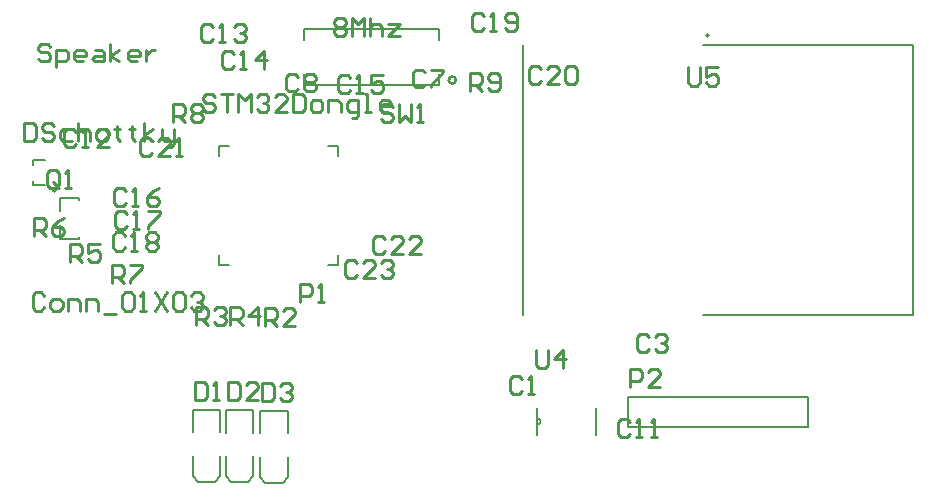
<source format=gto>
G04 Layer_Color=65535*
%FSLAX42Y42*%
%MOMM*%
G71*
G01*
G75*
%ADD37C,0.25*%
%ADD45C,0.20*%
%ADD46C,0.25*%
%ADD47C,0.15*%
%ADD48C,0.13*%
D37*
X6227Y6002D02*
G03*
X6227Y6002I-30J0D01*
G01*
X6787Y3473D02*
X6761Y3499D01*
X6711D01*
X6685Y3473D01*
Y3372D01*
X6711Y3347D01*
X6761D01*
X6787Y3372D01*
X6838Y3347D02*
X6888D01*
X6863D01*
Y3499D01*
X6838Y3473D01*
X7703Y3110D02*
X7678Y3136D01*
X7627D01*
X7602Y3110D01*
Y3009D01*
X7627Y2983D01*
X7678D01*
X7703Y3009D01*
X7754Y2983D02*
X7805D01*
X7779D01*
Y3136D01*
X7754Y3110D01*
X7881Y2983D02*
X7932D01*
X7906D01*
Y3136D01*
X7881Y3110D01*
X6345Y5913D02*
Y6065D01*
X6421D01*
X6446Y6040D01*
Y5989D01*
X6421Y5964D01*
X6345D01*
X6396D02*
X6446Y5913D01*
X6497Y5939D02*
X6523Y5913D01*
X6573D01*
X6599Y5939D01*
Y6040D01*
X6573Y6065D01*
X6523D01*
X6497Y6040D01*
Y6015D01*
X6523Y5989D01*
X6599D01*
X2867Y5115D02*
Y5216D01*
X2842Y5242D01*
X2791D01*
X2766Y5216D01*
Y5115D01*
X2791Y5089D01*
X2842D01*
X2816Y5140D02*
X2867Y5089D01*
X2842D02*
X2867Y5115D01*
X2918Y5089D02*
X2969D01*
X2943D01*
Y5242D01*
X2918Y5216D01*
X2568Y5636D02*
Y5484D01*
X2644D01*
X2670Y5509D01*
Y5611D01*
X2644Y5636D01*
X2568D01*
X2822Y5611D02*
X2796Y5636D01*
X2746D01*
X2720Y5611D01*
Y5585D01*
X2746Y5560D01*
X2796D01*
X2822Y5535D01*
Y5509D01*
X2796Y5484D01*
X2746D01*
X2720Y5509D01*
X2974Y5585D02*
X2898D01*
X2873Y5560D01*
Y5509D01*
X2898Y5484D01*
X2974D01*
X3025Y5636D02*
Y5484D01*
Y5560D01*
X3050Y5585D01*
X3101D01*
X3127Y5560D01*
Y5484D01*
X3203D02*
X3254D01*
X3279Y5509D01*
Y5560D01*
X3254Y5585D01*
X3203D01*
X3177Y5560D01*
Y5509D01*
X3203Y5484D01*
X3355Y5611D02*
Y5585D01*
X3330D01*
X3380D01*
X3355D01*
Y5509D01*
X3380Y5484D01*
X3482Y5611D02*
Y5585D01*
X3457D01*
X3507D01*
X3482D01*
Y5509D01*
X3507Y5484D01*
X3584D02*
Y5636D01*
Y5535D02*
X3660Y5585D01*
X3584Y5535D02*
X3660Y5484D01*
X3736Y5585D02*
Y5509D01*
X3761Y5484D01*
X3838D01*
Y5458D01*
X3812Y5433D01*
X3787D01*
X3838Y5484D02*
Y5585D01*
X2794Y6286D02*
X2769Y6312D01*
X2718D01*
X2692Y6286D01*
Y6261D01*
X2718Y6236D01*
X2769D01*
X2794Y6210D01*
Y6185D01*
X2769Y6160D01*
X2718D01*
X2692Y6185D01*
X2845Y6109D02*
Y6261D01*
X2921D01*
X2946Y6236D01*
Y6185D01*
X2921Y6160D01*
X2845D01*
X3073D02*
X3022D01*
X2997Y6185D01*
Y6236D01*
X3022Y6261D01*
X3073D01*
X3099Y6236D01*
Y6210D01*
X2997D01*
X3175Y6261D02*
X3226D01*
X3251Y6236D01*
Y6160D01*
X3175D01*
X3149Y6185D01*
X3175Y6210D01*
X3251D01*
X3302Y6160D02*
Y6312D01*
Y6210D02*
X3378Y6261D01*
X3302Y6210D02*
X3378Y6160D01*
X3530D02*
X3480D01*
X3454Y6185D01*
Y6236D01*
X3480Y6261D01*
X3530D01*
X3556Y6236D01*
Y6210D01*
X3454D01*
X3607Y6261D02*
Y6160D01*
Y6210D01*
X3632Y6236D01*
X3657Y6261D01*
X3683D01*
X8192Y6109D02*
Y5982D01*
X8217Y5956D01*
X8268D01*
X8293Y5982D01*
Y6109D01*
X8445D02*
X8344D01*
Y6032D01*
X8395Y6058D01*
X8420D01*
X8445Y6032D01*
Y5982D01*
X8420Y5956D01*
X8369D01*
X8344Y5982D01*
X6906Y3719D02*
Y3592D01*
X6932Y3566D01*
X6982D01*
X7008Y3592D01*
Y3719D01*
X7135Y3566D02*
Y3719D01*
X7059Y3642D01*
X7160D01*
X5691Y5777D02*
X5665Y5803D01*
X5615D01*
X5589Y5777D01*
Y5752D01*
X5615Y5726D01*
X5665D01*
X5691Y5701D01*
Y5676D01*
X5665Y5650D01*
X5615D01*
X5589Y5676D01*
X5742Y5803D02*
Y5650D01*
X5792Y5701D01*
X5843Y5650D01*
Y5803D01*
X5894Y5650D02*
X5945D01*
X5919D01*
Y5803D01*
X5894Y5777D01*
X3828Y5644D02*
Y5796D01*
X3904D01*
X3929Y5771D01*
Y5720D01*
X3904Y5695D01*
X3828D01*
X3879D02*
X3929Y5644D01*
X3980Y5771D02*
X4006Y5796D01*
X4056D01*
X4082Y5771D01*
Y5745D01*
X4056Y5720D01*
X4082Y5695D01*
Y5669D01*
X4056Y5644D01*
X4006D01*
X3980Y5669D01*
Y5695D01*
X4006Y5720D01*
X3980Y5745D01*
Y5771D01*
X4006Y5720D02*
X4056D01*
X3319Y4284D02*
Y4436D01*
X3395D01*
X3420Y4411D01*
Y4360D01*
X3395Y4334D01*
X3319D01*
X3369D02*
X3420Y4284D01*
X3471Y4436D02*
X3572D01*
Y4411D01*
X3471Y4309D01*
Y4284D01*
X2654Y4680D02*
Y4833D01*
X2730D01*
X2756Y4807D01*
Y4756D01*
X2730Y4731D01*
X2654D01*
X2705D02*
X2756Y4680D01*
X2908Y4833D02*
X2857Y4807D01*
X2807Y4756D01*
Y4706D01*
X2832Y4680D01*
X2883D01*
X2908Y4706D01*
Y4731D01*
X2883Y4756D01*
X2807D01*
X2959Y4465D02*
Y4618D01*
X3035D01*
X3061Y4592D01*
Y4541D01*
X3035Y4516D01*
X2959D01*
X3010D02*
X3061Y4465D01*
X3213Y4618D02*
X3111D01*
Y4541D01*
X3162Y4567D01*
X3188D01*
X3213Y4541D01*
Y4491D01*
X3188Y4465D01*
X3137D01*
X3111Y4491D01*
X4318Y3932D02*
Y4084D01*
X4394D01*
X4420Y4059D01*
Y4008D01*
X4394Y3983D01*
X4318D01*
X4369D02*
X4420Y3932D01*
X4547D02*
Y4084D01*
X4470Y4008D01*
X4572D01*
X4026Y3932D02*
Y4084D01*
X4102D01*
X4127Y4059D01*
Y4008D01*
X4102Y3983D01*
X4026D01*
X4077D02*
X4127Y3932D01*
X4178Y4059D02*
X4204Y4084D01*
X4254D01*
X4280Y4059D01*
Y4033D01*
X4254Y4008D01*
X4229D01*
X4254D01*
X4280Y3983D01*
Y3957D01*
X4254Y3932D01*
X4204D01*
X4178Y3957D01*
X4610Y3919D02*
Y4072D01*
X4686D01*
X4712Y4046D01*
Y3995D01*
X4686Y3970D01*
X4610D01*
X4661D02*
X4712Y3919D01*
X4864D02*
X4762D01*
X4864Y4021D01*
Y4046D01*
X4839Y4072D01*
X4788D01*
X4762Y4046D01*
X7699Y3401D02*
Y3553D01*
X7775D01*
X7800Y3528D01*
Y3477D01*
X7775Y3452D01*
X7699D01*
X7953Y3401D02*
X7851D01*
X7953Y3503D01*
Y3528D01*
X7927Y3553D01*
X7876D01*
X7851Y3528D01*
X4587Y3439D02*
Y3287D01*
X4663D01*
X4689Y3312D01*
Y3414D01*
X4663Y3439D01*
X4587D01*
X4740Y3414D02*
X4765Y3439D01*
X4816D01*
X4841Y3414D01*
Y3389D01*
X4816Y3363D01*
X4790D01*
X4816D01*
X4841Y3338D01*
Y3312D01*
X4816Y3287D01*
X4765D01*
X4740Y3312D01*
X4295Y3447D02*
Y3294D01*
X4371D01*
X4397Y3320D01*
Y3421D01*
X4371Y3447D01*
X4295D01*
X4549Y3294D02*
X4447D01*
X4549Y3396D01*
Y3421D01*
X4524Y3447D01*
X4473D01*
X4447Y3421D01*
X4016Y3449D02*
Y3297D01*
X4092D01*
X4117Y3322D01*
Y3424D01*
X4092Y3449D01*
X4016D01*
X4168Y3297D02*
X4219D01*
X4193D01*
Y3449D01*
X4168Y3424D01*
X2743Y4178D02*
X2718Y4204D01*
X2667D01*
X2642Y4178D01*
Y4077D01*
X2667Y4051D01*
X2718D01*
X2743Y4077D01*
X2819Y4051D02*
X2870D01*
X2896Y4077D01*
Y4127D01*
X2870Y4153D01*
X2819D01*
X2794Y4127D01*
Y4077D01*
X2819Y4051D01*
X2946D02*
Y4153D01*
X3022D01*
X3048Y4127D01*
Y4051D01*
X3099D02*
Y4153D01*
X3175D01*
X3200Y4127D01*
Y4051D01*
X3251Y4026D02*
X3353D01*
X3403Y4178D02*
X3429Y4204D01*
X3480D01*
X3505Y4178D01*
Y4077D01*
X3480Y4051D01*
X3429D01*
X3403Y4077D01*
Y4178D01*
X3556Y4051D02*
X3606D01*
X3581D01*
Y4204D01*
X3556Y4178D01*
X3683Y4204D02*
X3784Y4051D01*
Y4204D02*
X3683Y4051D01*
X3835Y4178D02*
X3860Y4204D01*
X3911D01*
X3937Y4178D01*
Y4077D01*
X3911Y4051D01*
X3860D01*
X3835Y4077D01*
Y4178D01*
X3987D02*
X4013Y4204D01*
X4064D01*
X4089Y4178D01*
Y4153D01*
X4064Y4127D01*
X4038D01*
X4064D01*
X4089Y4102D01*
Y4077D01*
X4064Y4051D01*
X4013D01*
X3987Y4077D01*
X5392Y4453D02*
X5367Y4478D01*
X5316D01*
X5291Y4453D01*
Y4351D01*
X5316Y4326D01*
X5367D01*
X5392Y4351D01*
X5545Y4326D02*
X5443D01*
X5545Y4427D01*
Y4453D01*
X5519Y4478D01*
X5468D01*
X5443Y4453D01*
X5595D02*
X5621Y4478D01*
X5672D01*
X5697Y4453D01*
Y4427D01*
X5672Y4402D01*
X5646D01*
X5672D01*
X5697Y4376D01*
Y4351D01*
X5672Y4326D01*
X5621D01*
X5595Y4351D01*
X5624Y4653D02*
X5598Y4679D01*
X5547D01*
X5522Y4653D01*
Y4552D01*
X5547Y4526D01*
X5598D01*
X5624Y4552D01*
X5776Y4526D02*
X5674D01*
X5776Y4628D01*
Y4653D01*
X5750Y4679D01*
X5700D01*
X5674Y4653D01*
X5928Y4526D02*
X5827D01*
X5928Y4628D01*
Y4653D01*
X5903Y4679D01*
X5852D01*
X5827Y4653D01*
X3652Y5484D02*
X3627Y5509D01*
X3576D01*
X3551Y5484D01*
Y5382D01*
X3576Y5357D01*
X3627D01*
X3652Y5382D01*
X3805Y5357D02*
X3703D01*
X3805Y5458D01*
Y5484D01*
X3779Y5509D01*
X3729D01*
X3703Y5484D01*
X3856Y5357D02*
X3906D01*
X3881D01*
Y5509D01*
X3856Y5484D01*
X6947Y6096D02*
X6921Y6121D01*
X6871D01*
X6845Y6096D01*
Y5994D01*
X6871Y5969D01*
X6921D01*
X6947Y5994D01*
X7099Y5969D02*
X6998D01*
X7099Y6071D01*
Y6096D01*
X7074Y6121D01*
X7023D01*
X6998Y6096D01*
X7150D02*
X7175Y6121D01*
X7226D01*
X7252Y6096D01*
Y5994D01*
X7226Y5969D01*
X7175D01*
X7150Y5994D01*
Y6096D01*
X6463Y6542D02*
X6438Y6567D01*
X6387D01*
X6361Y6542D01*
Y6440D01*
X6387Y6415D01*
X6438D01*
X6463Y6440D01*
X6514Y6415D02*
X6565D01*
X6539D01*
Y6567D01*
X6514Y6542D01*
X6641Y6440D02*
X6666Y6415D01*
X6717D01*
X6742Y6440D01*
Y6542D01*
X6717Y6567D01*
X6666D01*
X6641Y6542D01*
Y6516D01*
X6666Y6491D01*
X6742D01*
X3425Y4686D02*
X3400Y4712D01*
X3349D01*
X3324Y4686D01*
Y4585D01*
X3349Y4559D01*
X3400D01*
X3425Y4585D01*
X3476Y4559D02*
X3527D01*
X3502D01*
Y4712D01*
X3476Y4686D01*
X3603D02*
X3628Y4712D01*
X3679D01*
X3705Y4686D01*
Y4661D01*
X3679Y4635D01*
X3705Y4610D01*
Y4585D01*
X3679Y4559D01*
X3628D01*
X3603Y4585D01*
Y4610D01*
X3628Y4635D01*
X3603Y4661D01*
Y4686D01*
X3628Y4635D02*
X3679D01*
X3444Y4869D02*
X3419Y4895D01*
X3368D01*
X3343Y4869D01*
Y4768D01*
X3368Y4742D01*
X3419D01*
X3444Y4768D01*
X3495Y4742D02*
X3546D01*
X3520D01*
Y4895D01*
X3495Y4869D01*
X3622Y4895D02*
X3724D01*
Y4869D01*
X3622Y4768D01*
Y4742D01*
X3437Y5062D02*
X3411Y5088D01*
X3360D01*
X3335Y5062D01*
Y4961D01*
X3360Y4935D01*
X3411D01*
X3437Y4961D01*
X3487Y4935D02*
X3538D01*
X3513D01*
Y5088D01*
X3487Y5062D01*
X3716Y5088D02*
X3665Y5062D01*
X3614Y5011D01*
Y4961D01*
X3640Y4935D01*
X3691D01*
X3716Y4961D01*
Y4986D01*
X3691Y5011D01*
X3614D01*
X5334Y6020D02*
X5309Y6045D01*
X5258D01*
X5232Y6020D01*
Y5918D01*
X5258Y5893D01*
X5309D01*
X5334Y5918D01*
X5385Y5893D02*
X5436D01*
X5410D01*
Y6045D01*
X5385Y6020D01*
X5613Y6045D02*
X5512D01*
Y5969D01*
X5562Y5994D01*
X5588D01*
X5613Y5969D01*
Y5918D01*
X5588Y5893D01*
X5537D01*
X5512Y5918D01*
X4345Y6222D02*
X4319Y6247D01*
X4268D01*
X4243Y6222D01*
Y6120D01*
X4268Y6095D01*
X4319D01*
X4345Y6120D01*
X4395Y6095D02*
X4446D01*
X4421D01*
Y6247D01*
X4395Y6222D01*
X4599Y6095D02*
Y6247D01*
X4522Y6171D01*
X4624D01*
X4169Y6450D02*
X4144Y6476D01*
X4093D01*
X4068Y6450D01*
Y6349D01*
X4093Y6323D01*
X4144D01*
X4169Y6349D01*
X4220Y6323D02*
X4271D01*
X4246D01*
Y6476D01*
X4220Y6450D01*
X4347D02*
X4373Y6476D01*
X4423D01*
X4449Y6450D01*
Y6425D01*
X4423Y6400D01*
X4398D01*
X4423D01*
X4449Y6374D01*
Y6349D01*
X4423Y6323D01*
X4373D01*
X4347Y6349D01*
X3014Y5561D02*
X2988Y5587D01*
X2938D01*
X2912Y5561D01*
Y5460D01*
X2938Y5434D01*
X2988D01*
X3014Y5460D01*
X3064Y5434D02*
X3115D01*
X3090D01*
Y5587D01*
X3064Y5561D01*
X3293Y5434D02*
X3191D01*
X3293Y5536D01*
Y5561D01*
X3268Y5587D01*
X3217D01*
X3191Y5561D01*
X4889Y6032D02*
X4864Y6058D01*
X4813D01*
X4788Y6032D01*
Y5931D01*
X4813Y5906D01*
X4864D01*
X4889Y5931D01*
X4940Y6032D02*
X4966Y6058D01*
X5016D01*
X5042Y6032D01*
Y6007D01*
X5016Y5982D01*
X5042Y5956D01*
Y5931D01*
X5016Y5906D01*
X4966D01*
X4940Y5931D01*
Y5956D01*
X4966Y5982D01*
X4940Y6007D01*
Y6032D01*
X4966Y5982D02*
X5016D01*
X5963Y6067D02*
X5937Y6092D01*
X5886D01*
X5861Y6067D01*
Y5965D01*
X5886Y5940D01*
X5937D01*
X5963Y5965D01*
X6013Y6092D02*
X6115D01*
Y6067D01*
X6013Y5965D01*
Y5940D01*
X7865Y3829D02*
X7840Y3854D01*
X7789D01*
X7764Y3829D01*
Y3727D01*
X7789Y3702D01*
X7840D01*
X7865Y3727D01*
X7916Y3829D02*
X7941Y3854D01*
X7992D01*
X8017Y3829D01*
Y3804D01*
X7992Y3778D01*
X7967D01*
X7992D01*
X8017Y3753D01*
Y3727D01*
X7992Y3702D01*
X7941D01*
X7916Y3727D01*
X5194Y6502D02*
X5220Y6528D01*
X5270D01*
X5296Y6502D01*
Y6477D01*
X5270Y6452D01*
X5296Y6426D01*
Y6401D01*
X5270Y6375D01*
X5220D01*
X5194Y6401D01*
Y6426D01*
X5220Y6452D01*
X5194Y6477D01*
Y6502D01*
X5220Y6452D02*
X5270D01*
X5347Y6375D02*
Y6528D01*
X5397Y6477D01*
X5448Y6528D01*
Y6375D01*
X5499Y6528D02*
Y6375D01*
Y6452D01*
X5524Y6477D01*
X5575D01*
X5601Y6452D01*
Y6375D01*
X5651Y6477D02*
X5753D01*
X5651Y6375D01*
X5753D01*
X4903Y4126D02*
Y4279D01*
X4980D01*
X5005Y4253D01*
Y4202D01*
X4980Y4177D01*
X4903D01*
X5056Y4126D02*
X5107D01*
X5081D01*
Y4279D01*
X5056Y4253D01*
X4183Y5862D02*
X4158Y5888D01*
X4107D01*
X4082Y5862D01*
Y5837D01*
X4107Y5811D01*
X4158D01*
X4183Y5786D01*
Y5761D01*
X4158Y5735D01*
X4107D01*
X4082Y5761D01*
X4234Y5888D02*
X4336D01*
X4285D01*
Y5735D01*
X4386D02*
Y5888D01*
X4437Y5837D01*
X4488Y5888D01*
Y5735D01*
X4539Y5862D02*
X4564Y5888D01*
X4615D01*
X4640Y5862D01*
Y5837D01*
X4615Y5811D01*
X4590D01*
X4615D01*
X4640Y5786D01*
Y5761D01*
X4615Y5735D01*
X4564D01*
X4539Y5761D01*
X4793Y5735D02*
X4691D01*
X4793Y5837D01*
Y5862D01*
X4767Y5888D01*
X4717D01*
X4691Y5862D01*
X4844Y5888D02*
Y5735D01*
X4920D01*
X4945Y5761D01*
Y5862D01*
X4920Y5888D01*
X4844D01*
X5021Y5735D02*
X5072D01*
X5097Y5761D01*
Y5811D01*
X5072Y5837D01*
X5021D01*
X4996Y5811D01*
Y5761D01*
X5021Y5735D01*
X5148D02*
Y5837D01*
X5224D01*
X5250Y5811D01*
Y5735D01*
X5351Y5685D02*
X5377D01*
X5402Y5710D01*
Y5837D01*
X5326D01*
X5301Y5811D01*
Y5761D01*
X5326Y5735D01*
X5402D01*
X5453D02*
X5504D01*
X5478D01*
Y5888D01*
X5453D01*
X5656Y5735D02*
X5605D01*
X5580Y5761D01*
Y5811D01*
X5605Y5837D01*
X5656D01*
X5681Y5811D01*
Y5786D01*
X5580D01*
D45*
X8367Y6381D02*
G03*
X8367Y6381I-10J0D01*
G01*
X2650Y5110D02*
X2750D01*
X2650D02*
Y5152D01*
Y5330D02*
X2750D01*
X2650Y5287D02*
Y5330D01*
X9207Y3061D02*
Y3315D01*
X7683Y3061D02*
Y3315D01*
X9207D01*
X7683Y3061D02*
X9207D01*
X4801Y2641D02*
Y2811D01*
X4571Y2641D02*
X4611Y2591D01*
X4761D02*
X4801Y2641D01*
X4571D02*
Y2811D01*
X4611Y2591D02*
X4761D01*
X4571Y3201D02*
X4801D01*
Y3011D02*
Y3201D01*
X4571Y3011D02*
Y3201D01*
X4509Y2648D02*
Y2818D01*
X4279Y2648D02*
X4319Y2598D01*
X4469D02*
X4509Y2648D01*
X4279D02*
Y2818D01*
X4319Y2598D02*
X4469D01*
X4279Y3208D02*
X4509D01*
Y3018D02*
Y3208D01*
X4279Y3018D02*
Y3208D01*
X4230Y2651D02*
Y2821D01*
X4000Y2651D02*
X4040Y2601D01*
X4190D02*
X4230Y2651D01*
X4000D02*
Y2821D01*
X4040Y2601D02*
X4190D01*
X4000Y3211D02*
X4230D01*
Y3021D02*
Y3211D01*
X4000Y3021D02*
Y3211D01*
D46*
X2838Y5072D02*
G03*
X2838Y5072I-12J0D01*
G01*
D47*
X6914Y3081D02*
G03*
X6912Y3142I-1J30D01*
G01*
X7412Y2995D02*
Y3228D01*
X6914Y3081D02*
Y3228D01*
Y2995D02*
Y3081D01*
X5225Y5362D02*
Y5441D01*
X5146Y4440D02*
X5225D01*
X4224D02*
Y4519D01*
Y5362D02*
Y5441D01*
Y4440D02*
X4303D01*
X5225D02*
Y4519D01*
X5146Y5441D02*
X5225D01*
X4224D02*
X4303D01*
D48*
X6794Y4013D02*
Y6299D01*
X8318D02*
X10096D01*
Y4013D02*
Y6299D01*
X8318Y4013D02*
X10096D01*
X6082Y5963D02*
Y6058D01*
X4942Y5963D02*
X6082D01*
X4942D02*
Y6058D01*
Y6338D02*
Y6433D01*
X6082D01*
Y6338D02*
Y6433D01*
X2876Y4657D02*
Y4772D01*
Y4657D02*
X3036D01*
Y4677D01*
X2876Y4892D02*
Y5007D01*
X3036D01*
Y4987D02*
Y5007D01*
M02*

</source>
